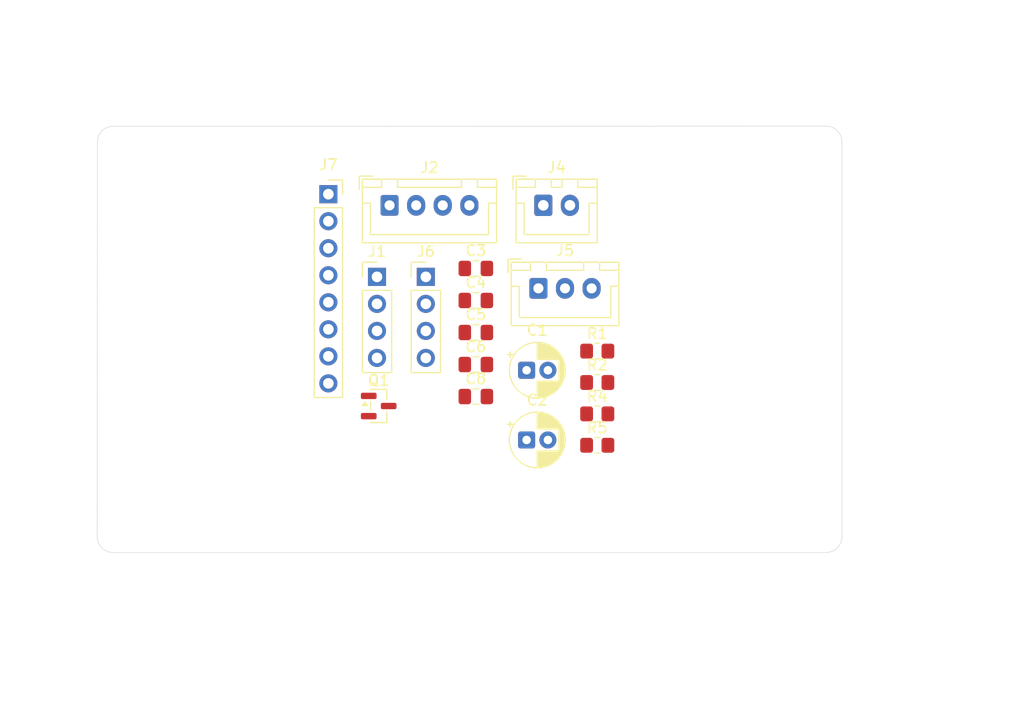
<source format=kicad_pcb>
(kicad_pcb (version 20241229) (generator "pcbnew") (generator_version "9.0")
  (title_block (title "LeoIoT - Goalfinder") (date "2025-06-11") (rev "01.04 SMD") (company "HTL Leonding 2025") (comment 2 "finding the basketball basket and hit detection") (comment 3 "Smart utility for guiding visually impaired people in ") (comment 4 "AISLER Project ID: IUPHFGHO"))
  (layers (0 "F.Cu" signal) (2 "B.Cu" signal) (13 "F.Paste" user) (15 "B.Paste" user) (5 "F.SilkS" user "F.Silkscreen") (7 "B.SilkS" user "B.Silkscreen") (1 "F.Mask" user) (3 "B.Mask" user) (25 "Edge.Cuts" user))
  (net 0 "")
  (net 1 "Net-(Q1-G)")
  (net 2 "Net-(U1-IO_17{slash}U2_TXC)")
  (net 3 "3V3")
  (net 4 "5V")
  (net 5 "GND")
  (net 6 "Net-(J1-Pin_2)")
  (net 7 "Net-(J1-Pin_3)")
  (net 8 "Net-(J5-Pin_2)")
  (net 9 "Net-(J6-Pin_2)")
  (net 10 "Net-(J6-Pin_3)")
  (net 11 "/LED_PWR")
  (net 12 "Net-(J3-Pad9)")
  (net 13 "Net-(J3-Pad1)")
  (net 14 "Net-(J7-Pin_8)")
  (net 15 "Net-(J7-Pin_4)")
  (net 17 "Net-(J7-Pin_3)")
  (footprint "Resistor_SMD:R_0805_2012Metric_Pad1.20x1.40mm_HandSolder" (layer "F.Cu") (at 161.9375 92.485)
    (property "Reference" "R4" (at 0 -1.65 0) (layer "F.SilkS"))
    (property "Value" "1k")
    (fp_line (start -0.227064 -0.735) (end 0.227064 -0.735) (stroke (width 0.12)) (layer "F.SilkS"))
    (fp_line (start -0.227064 0.735) (end 0.227064 0.735) (stroke (width 0.12)) (layer "F.SilkS"))
    (pad "1" smd roundrect (at -1 0) (size 1.2 1.4) (layers "F.Cu" "F.Mask" "F.Paste") (roundrect_rratio 0.208333) (net 2 "Net-(U1-IO_17{slash}U2_TXC)"))
    (pad "2" smd roundrect (at 1 0) (size 1.2 1.4) (layers "F.Cu" "F.Mask" "F.Paste") (roundrect_rratio 0.208333) (net 1 "Net-(Q1-G)"))
  )
  (footprint "MountingHole:MountingHole_3.2mm_M3" (layer "F.Cu") (at 181.4375 102.015 -90)
    (property "Reference" "MH3" (hide yes))
    (property "Value" "MountingHole_3.2mm_M3" (hide yes))
    (fp_line (start 0 0.565685) (end 0 1.4) (stroke (width 0.15)) (layer "F.Cu"))
    (fp_line (start -0.565685 0) (end -1.4 0) (stroke (width 0.15)) (layer "F.Cu"))
    (fp_line (start 0.565685 0) (end 1.4 0) (stroke (width 0.15)) (layer "F.Cu"))
    (fp_line (start 0 -0.565685) (end 0 -1.4) (stroke (width 0.15)) (layer "F.Cu"))
    (fp_circle (center 0 0) (end 0.4 0.4) (stroke (width 0.15)) (fill no) (layer "F.Cu"))
    (fp_line (start 0 0.565685) (end 0 1.4) (stroke (width 0.15)) (layer "B.Cu"))
    (fp_line (start -0.565685 0) (end -1.4 0) (stroke (width 0.15)) (layer "B.Cu"))
    (fp_line (start 0.565685 0) (end 1.4 0) (stroke (width 0.15)) (layer "B.Cu"))
    (fp_line (start 0 -0.565685) (end 0 -1.4) (stroke (width 0.15)) (layer "B.Cu"))
    (fp_circle (center 0 0) (end 0.4 0.4) (stroke (width 0.15)) (fill no) (layer "B.Cu"))
    (pad "" np_thru_hole circle (at 0 0 270) (size 3.2 3.2) (drill 3.2) (layers "*.Cu" "*.Mask"))
  )
  (footprint "Connector_JST:JST_XH_B2B-XH-A_1x02_P2.50mm_Vertical" (layer "F.Cu") (at 156.8675 72.885)
    (property "Reference" "J4" (at 1.25 -3.55 0) (layer "F.SilkS"))
    (property "Value" "LED Strip")
    (fp_line (start -2.85 -2.75) (end -2.85 -1.5) (stroke (width 0.12)) (layer "F.SilkS"))
    (fp_line (start -2.56 -2.46) (end -2.56 3.51) (stroke (width 0.12)) (layer "F.SilkS"))
    (fp_line (start -2.56 3.51) (end 5.06 3.51) (stroke (width 0.12)) (layer "F.SilkS"))
    (fp_line (start -2.55 -2.45) (end -2.55 -1.7) (stroke (width 0.12)) (layer "F.SilkS"))
    (fp_line (start -2.55 -1.7) (end -0.75 -1.7) (stroke (width 0.12)) (layer "F.SilkS"))
    (fp_line (start -2.55 -0.2) (end -1.8 -0.2) (stroke (width 0.12)) (layer "F.SilkS"))
    (fp_line (start -1.8 -0.2) (end -1.8 2.75) (stroke (width 0.12)) (layer "F.SilkS"))
    (fp_line (start -1.8 2.75) (end 1.25 2.75) (stroke (width 0.12)) (layer "F.SilkS"))
    (fp_line (start -1.6 -2.75) (end -2.85 -2.75) (stroke (width 0.12)) (layer "F.SilkS"))
    (fp_line (start -0.75 -2.45) (end -2.55 -2.45) (stroke (width 0.12)) (layer "F.SilkS"))
    (fp_line (start -0.75 -1.7) (end -0.75 -2.45) (stroke (width 0.12)) (layer "F.SilkS"))
    (fp_line (start 0.75 -2.45) (end 0.75 -1.7) (stroke (width 0.12)) (layer "F.SilkS"))
    (fp_line (start 0.75 -1.7) (end 1.75 -1.7) (stroke (width 0.12)) (layer "F.SilkS"))
    (fp_line (start 1.75 -2.45) (end 0.75 -2.45) (stroke (width 0.12)) (layer "F.SilkS"))
    (fp_line (start 1.75 -1.7) (end 1.75 -2.45) (stroke (width 0.12)) (layer "F.SilkS"))
    (fp_line (start 3.25 -2.45) (end 3.25 -1.7) (stroke (width 0.12)) (layer "F.SilkS"))
    (fp_line (start 3.25 -1.7) (end 5.05 -1.7) (stroke (width 0.12)) (layer "F.SilkS"))
    (fp_line (start 4.3 -0.2) (end 4.3 2.75) (stroke (width 0.12)) (layer "F.SilkS"))
    (fp_line (start 4.3 2.75) (end 1.25 2.75) (stroke (width 0.12)) (layer "F.SilkS"))
    (fp_line (start 5.05 -2.45) (end 3.25 -2.45) (stroke (width 0.12)) (layer "F.SilkS"))
    (fp_line (start 5.05 -1.7) (end 5.05 -2.45) (stroke (width 0.12)) (layer "F.SilkS"))
    (fp_line (start 5.05 -0.2) (end 4.3 -0.2) (stroke (width 0.12)) (layer "F.SilkS"))
    (fp_line (start 5.06 -2.46) (end -2.56 -2.46) (stroke (width 0.12)) (layer "F.SilkS"))
    (fp_line (start 5.06 3.51) (end 5.06 -2.46) (stroke (width 0.12)) (layer "F.SilkS"))
    (pad "1" thru_hole roundrect (at 0 0) (size 1.7 2) (drill 1) (layers "*.Cu" "*.Mask") (roundrect_rratio 0.147059) (net 4 "5V"))
    (pad "2" thru_hole oval (at 2.5 0) (size 1.7 2) (drill 1) (layers "*.Cu" "*.Mask") (net 11 "/LED_PWR"))
  )
  (footprint "Resistor_SMD:R_0805_2012Metric_Pad1.20x1.40mm_HandSolder" (layer "F.Cu") (at 161.9375 86.585)
    (property "Reference" "R1" (at 0 -1.65 0) (layer "F.SilkS"))
    (property "Value" "100k")
    (fp_line (start -0.227064 -0.735) (end 0.227064 -0.735) (stroke (width 0.12)) (layer "F.SilkS"))
    (fp_line (start -0.227064 0.735) (end 0.227064 0.735) (stroke (width 0.12)) (layer "F.SilkS"))
    (pad "1" smd roundrect (at -1 0) (size 1.2 1.4) (layers "F.Cu" "F.Mask" "F.Paste") (roundrect_rratio 0.208333) (net 4 "5V"))
    (pad "2" smd roundrect (at 1 0) (size 1.2 1.4) (layers "F.Cu" "F.Mask" "F.Paste") (roundrect_rratio 0.208333) (net 13 "Net-(J3-Pad1)"))
  )
  (footprint "MountingHole:MountingHole_3.2mm_M3" (layer "F.Cu") (at 118.4375 102.015)
    (property "Reference" "MH4" (hide yes))
    (property "Value" "MountingHole_3.2mm_M3" (hide yes))
    (fp_line (start -0.565685 0) (end -1.4 0) (stroke (width 0.15)) (layer "F.Cu"))
    (fp_line (start 0 -0.565685) (end 0 -1.4) (stroke (width 0.15)) (layer "F.Cu"))
    (fp_line (start 0 0.565685) (end 0 1.4) (stroke (width 0.15)) (layer "F.Cu"))
    (fp_line (start 0.565685 0) (end 1.4 0) (stroke (width 0.15)) (layer "F.Cu"))
    (fp_circle (center 0 0) (end 0.4 0.4) (stroke (width 0.15)) (fill no) (layer "F.Cu"))
    (fp_line (start -0.565685 0) (end -1.4 0) (stroke (width 0.15)) (layer "B.Cu"))
    (fp_line (start 0 -0.565685) (end 0 -1.4) (stroke (width 0.15)) (layer "B.Cu"))
    (fp_line (start 0 0.565685) (end 0 1.4) (stroke (width 0.15)) (layer "B.Cu"))
    (fp_line (start 0.565685 0) (end 1.4 0) (stroke (width 0.15)) (layer "B.Cu"))
    (fp_circle (center 0 0) (end 0.4 0.4) (stroke (width 0.15)) (fill no) (layer "B.Cu"))
    (pad "" np_thru_hole circle (at 0 0) (size 3.2 3.2) (drill 3.2) (layers "*.Cu" "*.Mask"))
  )
  (footprint "Connector_PinHeader_2.54mm:PinHeader_1x04_P2.54mm_Vertical" (layer "F.Cu") (at 141.2375 79.605)
    (property "Reference" "J1" (at 0 -2.38 0) (layer "F.SilkS"))
    (property "Value" "USB in")
    (fp_line (start -1.38 -1.38) (end 0 -1.38) (stroke (width 0.12)) (layer "F.SilkS"))
    (fp_line (start -1.38 0) (end -1.38 -1.38) (stroke (width 0.12)) (layer "F.SilkS"))
    (fp_line (start -1.38 1.27) (end -1.38 9) (stroke (width 0.12)) (layer "F.SilkS"))
    (fp_line (start -1.38 1.27) (end 1.38 1.27) (stroke (width 0.12)) (layer "F.SilkS"))
    (fp_line (start -1.38 9) (end 1.38 9) (stroke (width 0.12)) (layer "F.SilkS"))
    (fp_line (start 1.38 1.27) (end 1.38 9) (stroke (width 0.12)) (layer "F.SilkS"))
    (pad "1" thru_hole rect (at 0 0) (size 1.7 1.7) (drill 1) (layers "*.Cu" "*.Mask") (net 4 "5V"))
    (pad "2" thru_hole circle (at 0 2.54) (size 1.7 1.7) (drill 1) (layers "*.Cu" "*.Mask") (net 6 "Net-(J1-Pin_2)"))
    (pad "3" thru_hole circle (at 0 5.08) (size 1.7 1.7) (drill 1) (layers "*.Cu" "*.Mask") (net 7 "Net-(J1-Pin_3)"))
    (pad "4" thru_hole circle (at 0 7.62) (size 1.7 1.7) (drill 1) (layers "*.Cu" "*.Mask") (net 5 "GND"))
  )
  (footprint "Package_TO_SOT_SMD:SOT-23" (layer "F.Cu") (at 141.3975 91.745)
    (property "Reference" "Q1" (at 0 -2.4 0) (layer "F.SilkS"))
    (property "Value" "IRLML2502")
    (fp_line (start -0.76 -1.56) (end 0.76 -1.56) (stroke (width 0.12)) (layer "F.SilkS"))
    (fp_line (start -0.76 -1.51) (end -0.76 -1.56) (stroke (width 0.12)) (layer "F.SilkS"))
    (fp_line (start -0.76 0.39) (end -0.76 -0.39) (stroke (width 0.12)) (layer "F.SilkS"))
    (fp_line (start -0.76 1.56) (end -0.76 1.51) (stroke (width 0.12)) (layer "F.SilkS"))
    (fp_line (start 0.76 -1.56) (end 0.76 -0.56) (stroke (width 0.12)) (layer "F.SilkS"))
    (fp_line (start 0.76 0.56) (end 0.76 1.56) (stroke (width 0.12)) (layer "F.SilkS"))
    (fp_line (start 0.76 1.56) (end -0.76 1.56) (stroke (width 0.12)) (layer "F.SilkS"))
    (fp_poly (pts (xy -1.3 -0.38) (xy -1.06 -0.05) (xy -1.54 -0.05)) (stroke (width 0.12)) (fill yes) (layer "F.SilkS"))
    (pad "1" smd roundrect (at -0.9375 -0.95) (size 1.475 0.6) (layers "F.Cu" "F.Mask" "F.Paste") (net 1 "Net-(Q1-G)"))
    (pad "2" smd roundrect (at -0.9375 0.95) (size 1.475 0.6) (layers "F.Cu" "F.Mask" "F.Paste") (net 5 "GND"))
    (pad "3" smd roundrect (at 0.9375 0) (size 1.475 0.6) (layers "F.Cu" "F.Mask" "F.Paste") (net 11 "/LED_PWR"))
  )
  (footprint "Capacitor_SMD:C_0805_2012Metric_Pad1.18x1.45mm_HandSolder" (layer "F.Cu") (at 150.5275 81.825)
    (property "Reference" "C4" (at 0 -1.68 0) (layer "F.SilkS"))
    (property "Value" "100nF")
    (fp_line (start -0.261252 -0.735) (end 0.261252 -0.735) (stroke (width 0.12)) (layer "F.SilkS"))
    (fp_line (start -0.261252 0.735) (end 0.261252 0.735) (stroke (width 0.12)) (layer "F.SilkS"))
    (pad "1" smd roundrect (at -1.0375 0) (size 1.175 1.45) (layers "F.Cu" "F.Mask" "F.Paste") (roundrect_rratio 0.212766) (net 4 "5V"))
    (pad "2" smd roundrect (at 1.0375 0) (size 1.175 1.45) (layers "F.Cu" "F.Mask" "F.Paste") (roundrect_rratio 0.212766) (net 5 "GND"))
  )
  (footprint "Resistor_SMD:R_0805_2012Metric_Pad1.20x1.40mm_HandSolder" (layer "F.Cu") (at 161.9375 89.535)
    (property "Reference" "R2" (at 0 -1.65 0) (layer "F.SilkS"))
    (property "Value" "100k")
    (fp_line (start -0.227064 -0.735) (end 0.227064 -0.735) (stroke (width 0.12)) (layer "F.SilkS"))
    (fp_line (start -0.227064 0.735) (end 0.227064 0.735) (stroke (width 0.12)) (layer "F.SilkS"))
    (pad "1" smd roundrect (at -1 0) (size 1.2 1.4) (layers "F.Cu" "F.Mask" "F.Paste") (roundrect_rratio 0.208333) (net 5 "GND"))
    (pad "2" smd roundrect (at 1 0) (size 1.2 1.4) (layers "F.Cu" "F.Mask" "F.Paste") (roundrect_rratio 0.208333) (net 12 "Net-(J3-Pad9)"))
  )
  (footprint "MountingHole:MountingHole_3.2mm_M3" (layer "F.Cu") (at 118.4375 78.015 -90)
    (property "Reference" "MH1" (hide yes))
    (property "Value" "MountingHole_3.2mm_M3" (hide yes))
    (fp_line (start 0 0.565685) (end 0 1.4) (stroke (width 0.15)) (layer "F.Cu"))
    (fp_line (start -0.565685 0) (end -1.4 0) (stroke (width 0.15)) (layer "F.Cu"))
    (fp_line (start 0.565685 0) (end 1.4 0) (stroke (width 0.15)) (layer "F.Cu"))
    (fp_line (start 0 -0.565685) (end 0 -1.4) (stroke (width 0.15)) (layer "F.Cu"))
    (fp_circle (center 0 0) (end 0.4 0.4) (stroke (width 0.15)) (fill no) (layer "F.Cu"))
    (fp_line (start 0 0.565685) (end 0 1.4) (stroke (width 0.15)) (layer "B.Cu"))
    (fp_line (start -0.565685 0) (end -1.4 0) (stroke (width 0.15)) (layer "B.Cu"))
    (fp_line (start 0.565685 0) (end 1.4 0) (stroke (width 0.15)) (layer "B.Cu"))
    (fp_line (start 0 -0.565685) (end 0 -1.4) (stroke (width 0.15)) (layer "B.Cu"))
    (fp_circle (center 0 0) (end 0.4 0.4) (stroke (width 0.15)) (fill no) (layer "B.Cu"))
    (pad "" np_thru_hole circle (at 0 0 270) (size 3.2 3.2) (drill 3.2) (layers "*.Cu" "*.Mask"))
  )
  (footprint "Connector_JST:JST_XH_B3B-XH-A_1x03_P2.50mm_Vertical" (layer "F.Cu") (at 156.4075 80.685)
    (property "Reference" "J5" (at 2.5 -3.55 0) (layer "F.SilkS"))
    (property "Value" "SW240 - Vcc/D0/GND")
    (fp_line (start -2.85 -2.75) (end -2.85 -1.5) (stroke (width 0.12)) (layer "F.SilkS"))
    (fp_line (start -2.56 -2.46) (end -2.56 3.51) (stroke (width 0.12)) (layer "F.SilkS"))
    (fp_line (start -2.56 3.51) (end 7.56 3.51) (stroke (width 0.12)) (layer "F.SilkS"))
    (fp_line (start -2.55 -2.45) (end -2.55 -1.7) (stroke (width 0.12)) (layer "F.SilkS"))
    (fp_line (start -2.55 -1.7) (end -0.75 -1.7) (stroke (width 0.12)) (layer "F.SilkS"))
    (fp_line (start -2.55 -0.2) (end -1.8 -0.2) (stroke (width 0.12)) (layer "F.SilkS"))
    (fp_line (start -1.8 -0.2) (end -1.8 2.75) (stroke (width 0.12)) (layer "F.SilkS"))
    (fp_line (start -1.8 2.75) (end 2.5 2.75) (stroke (width 0.12)) (layer "F.SilkS"))
    (fp_line (start -1.6 -2.75) (end -2.85 -2.75) (stroke (width 0.12)) (layer "F.SilkS"))
    (fp_line (start -0.75 -2.45) (end -2.55 -2.45) (stroke (width 0.12)) (layer "F.SilkS"))
    (fp_line (start -0.75 -1.7) (end -0.75 -2.45) (stroke (width 0.12)) (layer "F.SilkS"))
    (fp_line (start 0.75 -2.45) (end 0.75 -1.7) (stroke (width 0.12)) (layer "F.SilkS"))
    (fp_line (start 0.75 -1.7) (end 4.25 -1.7) (stroke (width 0.12)) (layer "F.SilkS"))
    (fp_line (start 4.25 -2.45) (end 0.75 -2.45) (stroke (width 0.12)) (layer "F.SilkS"))
    (fp_line (start 4.25 -1.7) (end 4.25 -2.45) (stroke (width 0.12)) (layer "F.SilkS"))
    (fp_line (start 5.75 -2.45) (end 5.75 -1.7) (stroke (width 0.12)) (layer "F.SilkS"))
    (fp_line (start 5.75 -1.7) (end 7.55 -1.7) (stroke (width 0.12)) (layer "F.SilkS"))
    (fp_line (start 6.8 -0.2) (end 6.8 2.75) (stroke (width 0.12)) (layer "F.SilkS"))
    (fp_line (start 6.8 2.75) (end 2.5 2.75) (stroke (width 0.12)) (layer "F.SilkS"))
    (fp_line (start 7.55 -2.45) (end 5.75 -2.45) (stroke (width 0.12)) (layer "F.SilkS"))
    (fp_line (start 7.55 -1.7) (end 7.55 -2.45) (stroke (width 0.12)) (layer "F.SilkS"))
    (fp_line (start 7.55 -0.2) (end 6.8 -0.2) (stroke (width 0.12)) (layer "F.SilkS"))
    (fp_line (start 7.56 -2.46) (end -2.56 -2.46) (stroke (width 0.12)) (layer "F.SilkS"))
    (fp_line (start 7.56 3.51) (end 7.56 -2.46) (stroke (width 0.12)) (layer "F.SilkS"))
    (pad "1" thru_hole roundrect (at 0 0) (size 1.7 1.95) (drill 0.95) (layers "*.Cu" "*.Mask") (roundrect_rratio 0.147059) (net 3 "3V3"))
    (pad "2" thru_hole oval (at 2.5 0) (size 1.7 1.95) (drill 0.95) (layers "*.Cu" "*.Mask") (net 8 "Net-(J5-Pin_2)"))
    (pad "3" thru_hole oval (at 5 0) (size 1.7 1.95) (drill 0.95) (layers "*.Cu" "*.Mask") (net 5 "GND"))
  )
  (footprint "Connector_JST:JST_XH_B4B-XH-A_1x04_P2.50mm_Vertical" (layer "F.Cu") (at 142.4175 72.885)
    (property "Reference" "J2" (at 3.75 -3.55 0) (layer "F.SilkS"))
    (property "Value" "USB-ESP")
    (fp_line (start -2.85 -2.75) (end -2.85 -1.5) (stroke (width 0.12)) (layer "F.SilkS"))
    (fp_line (start -2.56 -2.46) (end -2.56 3.51) (stroke (width 0.12)) (layer "F.SilkS"))
    (fp_line (start -2.56 3.51) (end 10.06 3.51) (stroke (width 0.12)) (layer "F.SilkS"))
    (fp_line (start -2.55 -2.45) (end -2.55 -1.7) (stroke (width 0.12)) (layer "F.SilkS"))
    (fp_line (start -2.55 -1.7) (end -0.75 -1.7) (stroke (width 0.12)) (layer "F.SilkS"))
    (fp_line (start -2.55 -0.2) (end -1.8 -0.2) (stroke (width 0.12)) (layer "F.SilkS"))
    (fp_line (start -1.8 -0.2) (end -1.8 2.75) (stroke (width 0.12)) (layer "F.SilkS"))
    (fp_line (start -1.8 2.75) (end 3.75 2.75) (stroke (width 0.12)) (layer "F.SilkS"))
    (fp_line (start -1.6 -2.75) (end -2.85 -2.75) (stroke (width 0.12)) (layer "F.SilkS"))
    (fp_line (start -0.75 -2.45) (end -2.55 -2.45) (stroke (width 0.12)) (layer "F.SilkS"))
    (fp_line (start -0.75 -1.7) (end -0.75 -2.45) (stroke (width 0.12)) (layer "F.SilkS"))
    (fp_line (start 0.75 -2.45) (end 0.75 -1.7) (stroke (width 0.12)) (layer "F.SilkS"))
    (fp_line (start 0.75 -1.7) (end 6.75 -1.7) (stroke (width 0.12)) (layer "F.SilkS"))
    (fp_line (start 6.75 -2.45) (end 0.75 -2.45) (stroke (width 0.12)) (layer "F.SilkS"))
    (fp_line (start 6.75 -1.7) (end 6.75 -2.45) (stroke (width 0.12)) (layer "F.SilkS"))
    (fp_line (start 8.25 -2.45) (end 8.25 -1.7) (stroke (width 0.12)) (layer "F.SilkS"))
    (fp_line (start 8.25 -1.7) (end 10.05 -1.7) (stroke (width 0.12)) (layer "F.SilkS"))
    (fp_line (start 9.3 -0.2) (end 9.3 2.75) (stroke (width 0.12)) (layer "F.SilkS"))
    (fp_line (start 9.3 2.75) (end 3.75 2.75) (stroke (width 0.12)) (layer "F.SilkS"))
    (fp_line (start 10.05 -2.45) (end 8.25 -2.45) (stroke (width 0.12)) (layer "F.SilkS"))
    (fp_line (start 10.05 -1.7) (end 10.05 -2.45) (stroke (width 0.12)) (layer "F.SilkS"))
    (fp_line (start 10.05 -0.2) (end 9.3 -0.2) (stroke (width 0.12)) (layer "F.SilkS"))
    (fp_line (start 10.06 -2.46) (end -2.56 -2.46) (stroke (width 0.12)) (layer "F.SilkS"))
    (fp_line (start 10.06 3.51) (end 10.06 -2.46) (stroke (width 0.12)) (layer "F.SilkS"))
    (pad "1" thru_hole roundrect (at 0 0) (size 1.7 1.95) (drill 0.95) (layers "*.Cu" "*.Mask") (roundrect_rratio 0.147059) (net 4 "5V"))
    (pad "2" thru_hole oval (at 2.5 0) (size 1.7 1.95) (drill 0.95) (layers "*.Cu" "*.Mask") (net 6 "Net-(J1-Pin_2)"))
    (pad "3" thru_hole oval (at 5 0) (size 1.7 1.95) (drill 0.95) (layers "*.Cu" "*.Mask") (net 7 "Net-(J1-Pin_3)"))
    (pad "4" thru_hole oval (at 7.5 0) (size 1.7 1.95) (drill 0.95) (layers "*.Cu" "*.Mask") (net 5 "GND"))
  )
  (footprint "Connector_PinSocket_2.54mm:PinSocket_1x08_P2.54mm_Vertical" (layer "F.Cu") (at 136.6675 71.835)
    (property "Reference" "J7" (at 0 -2.77 0) (layer "F.SilkS"))
    (property "Value" "Conn_01x08_Pin")
    (fp_line (start -1.33 1.27) (end -1.33 19.11) (stroke (width 0.12)) (layer "F.SilkS"))
    (fp_line (start -1.33 1.27) (end 1.33 1.27) (stroke (width 0.12)) (layer "F.SilkS"))
    (fp_line (start -1.33 19.11) (end 1.33 19.11) (stroke (width 0.12)) (layer "F.SilkS"))
    (fp_line (start 0 -1.33) (end 1.33 -1.33) (stroke (width 0.12)) (layer "F.SilkS"))
    (fp_line (start 1.33 -1.33) (end 1.33 0) (stroke (width 0.12)) (layer "F.SilkS"))
    (fp_line (start 1.33 1.27) (end 1.33 19.11) (stroke (width 0.12)) (layer "F.SilkS"))
    (pad "1" thru_hole rect (at 0 0) (size 1.7 1.7) (drill 1) (layers "*.Cu" "*.Mask") (net 3 "3V3"))
    (pad "2" thru_hole circle (at 0 2.54) (size 1.7 1.7) (drill 1) (layers "*.Cu" "*.Mask") (net 5 "GND"))
    (pad "3" thru_hole circle (at 0 5.08) (size 1.7 1.7) (drill 1) (layers "*.Cu" "*.Mask") (net 17 "Net-(J7-Pin_3)"))
    (pad "4" thru_hole circle (at 0 7.62) (size 1.7 1.7) (drill 1) (layers "*.Cu" "*.Mask") (net 15 "Net-(J7-Pin_4)"))
    (pad "5" thru_hole circle (at 0 10.16) (size 1.7 1.7) (drill 1) (layers "*.Cu" "*.Mask"))
    (pad "6" thru_hole circle (at 0 12.7) (size 1.7 1.7) (drill 1) (layers "*.Cu" "*.Mask"))
    (pad "7" thru_hole circle (at 0 15.24) (size 1.7 1.7) (drill 1) (layers "*.Cu" "*.Mask"))
    (pad "8" thru_hole circle (at 0 17.78) (size 1.7 1.7) (drill 1) (layers "*.Cu" "*.Mask") (net 14 "Net-(J7-Pin_8)"))
  )
  (footprint "Capacitor_THT:CP_Radial_D5.0mm_P2.00mm" (layer "F.Cu") (at 155.297275 94.935)
    (property "Reference" "C2" (at 1 -3.75 0) (layer "F.SilkS"))
    (property "Value" "4,7µF")
    (fp_line (start -1.804775 -1.475) (end -1.304775 -1.475) (stroke (width 0.12)) (layer "F.SilkS"))
    (fp_line (start -1.554775 -1.725) (end -1.554775 -1.225) (stroke (width 0.12)) (layer "F.SilkS"))
    (fp_line (start 1 -2.58) (end 1 -1.04) (stroke (width 0.12)) (layer "F.SilkS"))
    (fp_line (start 1 1.04) (end 1 2.58) (stroke (width 0.12)) (layer "F.SilkS"))
    (fp_line (start 1.04 -2.58) (end 1.04 -1.04) (stroke (width 0.12)) (layer "F.SilkS"))
    (fp_line (start 1.04 1.04) (end 1.04 2.58) (stroke (width 0.12)) (layer "F.SilkS"))
    (fp_line (start 1.08 -2.579) (end 1.08 -1.04) (stroke (width 0.12)) (layer "F.SilkS"))
    (fp_line (start 1.08 1.04) (end 1.08 2.579) (stroke (width 0.12)) (layer "F.SilkS"))
    (fp_line (start 1.12 -2.577) (end 1.12 -1.04) (stroke (width 0.12)) (layer "F.SilkS"))
    (fp_line (start 1.12 1.04) (end 1.12 2.577) (stroke (width 0.12)) (layer "F.SilkS"))
    (fp_line (start 1.16 -2.575) (end 1.16 -1.04) (stroke (width 0.12)) (layer "F.SilkS"))
    (fp_line (start 1.16 1.04) (end 1.16 2.575) (stroke (width 0.12)) (layer "F.SilkS"))
    (fp_line (start 1.2 -2.572) (end 1.2 -1.04) (stroke (width 0.12)) (layer "F.SilkS"))
    (fp_line (start 1.2 1.04) (end 1.2 2.572) (stroke (width 0.12)) (layer "F.SilkS"))
    (fp_line (start 1.24 -2.569) (end 1.24 -1.04) (stroke (width 0.12)) (layer "F.SilkS"))
    (fp_line (start 1.24 1.04) (end 1.24 2.569) (stroke (width 0.12)) (layer "F.SilkS"))
    (fp_line (start 1.28 -2.565) (end 1.28 -1.04) (stroke (width 0.12)) (layer "F.SilkS"))
    (fp_line (start 1.28 1.04) (end 1.28 2.565) (stroke (width 0.12)) (layer "F.SilkS"))
    (fp_line (start 1.32 -2.56) (end 1.32 -1.04) (stroke (width 0.12)) (layer "F.SilkS"))
    (fp_line (start 1.32 1.04) (end 1.32 2.56) (stroke (width 0.12)) (layer "F.SilkS"))
    (fp_line (start 1.36 -2.555) (end 1.36 -1.04) (stroke (width 0.12)) (layer "F.SilkS"))
    (fp_line (start 1.36 1.04) (end 1.36 2.555) (stroke (width 0.12)) (layer "F.SilkS"))
    (fp_line (start 1.4 -2.549) (end 1.4 -1.04) (stroke (width 0.12)) (layer "F.SilkS"))
    (fp_line (start 1.4 1.04) (end 1.4 2.549) (stroke (width 0.12)) (layer "F.SilkS"))
    (fp_line (start 1.44 -2.543) (end 1.44 -1.04) (stroke (width 0.12)) (layer "F.SilkS"))
    (fp_line (start 1.44 1.04) (end 1.44 2.543) (stroke (width 0.12)) (layer "F.SilkS"))
    (fp_line (start 1.48 -2.536) (end 1.48 -1.04) (stroke (width 0.12)) (layer "F.SilkS"))
    (fp_line (start 1.48 1.04) (end 1.48 2.536) (stroke (width 0.12)) (layer "F.SilkS"))
    (fp_line (start 1.52 -2.528) (end 1.52 -1.04) (stroke (width 0.12)) (layer "F.SilkS"))
    (fp_line (start 1.52 1.04) (end 1.52 2.528) (stroke (width 0.12)) (layer "F.SilkS"))
    (fp_line (start 1.56 -2.519) (end 1.56 -1.04) (stroke (width 0.12)) (layer "F.SilkS"))
    (fp_line (start 1.56 1.04) (end 1.56 2.519) (stroke (width 0.12)) (layer "F.SilkS"))
    (fp_line (start 1.6 -2.51) (end 1.6 -1.04) (stroke (width 0.12)) (layer "F.SilkS"))
    (fp_line (start 1.6 1.04) (end 1.6 2.51) (stroke (width 0.12)) (layer "F.SilkS"))
    (fp_line (start 1.64 -2.501) (end 1.64 -1.04) (stroke (width 0.12)) (layer "F.SilkS"))
    (fp_line (start 1.64 1.04) (end 1.64 2.501) (stroke (width 0.12)) (layer "F.SilkS"))
    (fp_line (start 1.68 -2.49) (end 1.68 -1.04) (stroke (width 0.12)) (layer "F.SilkS"))
    (fp_line (start 1.68 1.04) (end 1.68 2.49) (stroke (width 0.12)) (layer "F.SilkS"))
    (fp_line (start 1.72 -2.479) (end 1.72 -1.04) (stroke (width 0.12)) (layer "F.SilkS"))
    (fp_line (start 1.72 1.04) (end 1.72 2.479) (stroke (width 0.12)) (layer "F.SilkS"))
    (fp_line (start 1.76 -2.467) (end 1.76 -1.04) (stroke (width 0.12)) (layer "F.SilkS"))
    (fp_line (start 1.76 1.04) (end 1.76 2.467) (stroke (width 0.12)) (layer "F.SilkS"))
    (fp_line (start 1.8 -2.455) (end 1.8 -1.04) (stroke (width 0.12)) (layer "F.SilkS"))
    (fp_line (start 1.8 1.04) (end 1.8 2.455) (stroke (width 0.12)) (layer "F.SilkS"))
    (fp_line (start 1.84 -2.442) (end 1.84 -1.04) (stroke (width 0.12)) (layer "F.SilkS"))
    (fp_line (start 1.84 1.04) (end 1.84 2.442) (stroke (width 0.12)) (layer "F.SilkS"))
    (fp_line (start 1.88 -2.428) (end 1.88 -1.04) (stroke (width 0.12)) (layer "F.SilkS"))
    (fp_line (start 1.88 1.04) (end 1.88 2.428) (stroke (width 0.12)) (layer "F.SilkS"))
    (fp_line (start 1.92 -2.413) (end 1.92 -1.04) (stroke (width 0.12)) (layer "F.SilkS"))
    (fp_line (start 1.92 1.04) (end 1.92 2.413) (stroke (width 0.12)) (layer "F.SilkS"))
    (fp_line (start 1.96 -2.398) (end 1.96 -1.04) (stroke (width 0.12)) (layer "F.SilkS"))
    (fp_line (start 1.96 1.04) (end 1.96 2.398) (stroke (width 0.12)) (layer "F.SilkS"))
    (fp_line (start 2 -2.382) (end 2 -1.04) (stroke (width 0.12)) (layer "F.SilkS"))
    (fp_line (start 2 1.04) (end 2 2.382) (stroke (width 0.12)) (layer "F.SilkS"))
    (fp_line (start 2.04 -2.365) (end 2.04 -1.04) (stroke (width 0.12)) (layer "F.SilkS"))
    (fp_line (start 2.04 1.04) (end 2.04 2.365) (stroke (width 0.12)) (layer "F.SilkS"))
    (fp_line (start 2.08 -2.347) (end 2.08 -1.04) (stroke (width 0.12)) (layer "F.SilkS"))
    (fp_line (start 2.08 1.04) (end 2.08 2.347) (stroke (width 0.12)) (layer "F.SilkS"))
    (fp_line (start 2.12 -2.329) (end 2.12 -1.04) (stroke (width 0.12)) (layer "F.SilkS"))
    (fp_line (start 2.12 1.04) (end 2.12 2.329) (stroke (width 0.12)) (layer "F.SilkS"))
    (fp_line (start 2.16 -2.309) (end 2.16 -1.04) (stroke (width 0.12)) (layer "F.SilkS"))
    (fp_line (start 2.16 1.04) (end 2.16 2.309) (stroke (width 0.12)) (layer "F.SilkS"))
    (fp_line (start 2.2 -2.289) (end 2.2 -1.04) (stroke (width 0.12)) (layer "F.SilkS"))
    (fp_line (start 2.2 1.04) (end 2.2 2.289) (stroke (width 0.12)) (layer "F.SilkS"))
    (fp_line (start 2.24 -2.268) (end 2.24 -1.04) (stroke (width 0.12)) (layer "F.SilkS"))
    (fp_line (start 2.24 1.04) (end 2.24 2.268) (stroke (width 0.12)) (layer "F.SilkS"))
    (fp_line (start 2.28 -2.246) (end 2.28 -1.04) (stroke (width 0.12)) (layer "F.SilkS"))
    (fp_line (start 2.28 1.04) (end 2.28 2.246) (stroke (width 0.12)) (layer "F.SilkS"))
    (fp_line (start 2.32 -2.223) (end 2.32 -1.04) (stroke (width 0.12)) (layer "F.SilkS"))
    (fp_line (start 2.32 1.04) (end 2.32 2.223) (stroke (width 0.12)) (layer "F.SilkS"))
    (fp_line (start 2.36 -2.199) (end 2.36 -1.04) (stroke (width 0.12)) (layer "F.SilkS"))
    (fp_line (start 2.36 1.04) (end 2.36 2.199) (stroke (width 0.12)) (layer "F.SilkS"))
    (fp_line (start 2.4 -2.175) (end 2.4 -1.04) (stroke (width 0.12)) (layer "F.SilkS"))
    (fp_line (start 2.4 1.04) (end 2.4 2.175) (stroke (width 0.12)) (layer "F.SilkS"))
    (fp_line (start 2.44 -2.149) (end 2.44 -1.04) (stroke (width 0.12)) (layer "F.SilkS"))
    (fp_line (start 2.44 1.04) (end 2.44 2.149) (stroke (width 0.12)) (layer "F.SilkS"))
    (fp_line (start 2.48 -2.122) (end 2.48 -1.04) (stroke (width 0.12)) (layer "F.SilkS"))
    (fp_line (start 2.48 1.04) (end 2.48 2.122) (stroke (width 0.12)) (layer "F.SilkS"))
    (fp_line (start 2.52 -2.094) (end 2.52 -1.04) (stroke (width 0.12)) (layer "F.SilkS"))
    (fp_line (start 2.52 1.04) (end 2.52 2.094) (stroke (width 0.12)) (layer "F.SilkS"))
    (fp_line (start 2.56 -2.065) (end 2.56 -1.04) (stroke (width 0.12)) (layer "F.SilkS"))
    (fp_line (start 2.56 1.04) (end 2.56 2.065) (stroke (width 0.12)) (layer "F.SilkS"))
    (fp_line (start 2.6 -2.035) (end 2.6 -1.04) (stroke (width 0.12)) (layer "F.SilkS"))
    (fp_line (start 2.6 1.04) (end 2.6 2.035) (stroke (width 0.12)) (layer "F.SilkS"))
    (fp_line (start 2.64 -2.003) (end 2.64 -1.04) (stroke (width 0.12)) (layer "F.SilkS"))
    (fp_line (start 2.64 1.04) (end 2.64 2.003) (stroke (width 0.12)) (layer "F.SilkS"))
    (fp_line (start 2.68 -1.97) (end 2.68 -1.04) (stroke (width 0.12)) (layer "F.SilkS"))
    (fp_line (start 2.68 1.04) (end 2.68 1.97) (stroke (width 0.12)) (layer "F.SilkS"))
    (fp_line (start 2.72 -1.936) (end 2.72 -1.04) (stroke (width 0.12)) (layer "F.SilkS"))
    (fp_line (start 2.72 1.04) (end 2.72 1.936) (stroke (width 0.12)) (layer "F.SilkS"))
    (fp_line (start 2.76 -1.901) (end 2.76 -1.04) (stroke (width 0.12)) (layer "F.SilkS"))
    (fp_line (start 2.76 1.04) (end 2.76 1.901) (stroke (width 0.12)) (layer "F.SilkS"))
    (fp_line (start 2.8 -1.864) (end 2.8 -1.04) (stroke (width 0.12)) (layer "F.SilkS"))
    (fp_line (start 2.8 1.04) (end 2.8 1.864) (stroke (width 0.12)) (layer "F.SilkS"))
    (fp_line (start 2.84 -1.825) (end 2.84 -1.04) (stroke (width 0.12)) (layer "F.SilkS"))
    (fp_line (start 2.84 1.04) (end 2.84 1.825) (stroke (width 0.12)) (layer "F.SilkS"))
    (fp_line (start 2.88 -1.785) (end 2.88 -1.04) (stroke (width 0.12)) (layer "F.SilkS"))
    (fp_line (start 2.88 1.04) (end 2.88 1.785) (stroke (width 0.12)) (layer "F.SilkS"))
    (fp_line (start 2.92 -1.743) (end 2.92 -1.04) (stroke (width 0.12)) (layer "F.SilkS"))
    (fp_line (start 2.92 1.04) (end 2.92 1.743) (stroke (width 0.12)) (layer "F.SilkS"))
    (fp_line (start 2.96 -1.699) (end 2.96 -1.04) (stroke (width 0.12)) (layer "F.SilkS"))
    (fp_line (start 2.96 1.04) (end 2.96 1.699) (stroke (width 0.12)) (layer "F.SilkS"))
    (fp_line (start 3 -1.652) (end 3 -1.04) (stroke (width 0.12)) (layer "F.SilkS"))
    (fp_line (start 3 1.04) (end 3 1.652) (stroke (width 0.12)) (layer "F.SilkS"))
    (fp_line (start 3.04 -1.604) (end 3.04 1.604) (stroke (width 0.12)) (layer "F.SilkS"))
    (fp_line (start 3.08 -1.553) (end 3.08 1.553) (stroke (width 0.12)) (layer "F.SilkS"))
    (fp_line (start 3.12 -1.499) (end 3.12 1.499) (stroke (width 0.12)) (layer "F.SilkS"))
    (fp_line (start 3.16 -1.443) (end 3.16 1.443) (stroke (width 0.12)) (layer "F.SilkS"))
    (fp_line (start 3.2 -1.383) (end 3.2 1.383) (stroke (width 0.12)) (layer "F.SilkS"))
    (fp_line (start 3.24 -1.319) (end 3.24 1.319) (stroke (width 0.12)) (layer "F.SilkS"))
    (fp_line (start 3.28 -1.251) (end 3.28 1.251) (stroke (width 0.12)) (layer "F.SilkS"))
    (fp_line (start 3.32 -1.177) (end 3.32 1.177) (stroke (width 0.12)) (layer "F.SilkS"))
    (fp_line (start 3.36 -1.098) (end 3.36 1.098) (stroke (width 0.12)) (layer "F.SilkS"))
    (fp_line (start 3.4 -1.011) (end 3.4 1.011) (stroke (width 0.12)) (layer "F.SilkS"))
    (fp_line (start 3.44 -0.914) (end 3.44 0.914) (stroke (width 0.12)) (layer "F.SilkS"))
    (fp_line (start 3.48 -0.805) (end 3.48 0.805) (stroke (width 0.12)) (layer "F.SilkS"))
    (fp_line (start 3.52 -0.677) (end 3.52 0.677) (stroke (width 0.12)) (layer "F.SilkS"))
    (fp_line (start 3.56 -0.517) (end 3.56 0.517) (stroke (width 0.12)) (layer "F.SilkS"))
    (fp_line (start 3.6 -0.283) (end 3.6 0.283) (stroke (width 0.12)) (layer "F.SilkS"))
    (fp_circle (center 1 0) (end 3.62 0) (stroke (width 0.12)) (fill no) (layer "F.SilkS"))
    (pad "1" thru_hole roundrect (at 0 0) (size 1.6 1.6) (drill 0.8) (layers "*.Cu" "*.Mask") (roundrect_rratio 0.15625) (net 4 "5V"))
    (pad "2" thru_hole circle (at 2 0) (size 1.6 1.6) (drill 0.8) (layers "*.Cu" "*.Mask") (net 5 "GND"))
  )
  (footprint "MountingHole:MountingHole_3.2mm_M3" (layer "F.Cu") (at 181.4375 78.015 -90)
    (property "Reference" "MH2" (hide yes))
    (property "Value" "MountingHole_3.2mm_M3" (hide yes))
    (fp_line (start 0 0.565685) (end 0 1.4) (stroke (width 0.15)) (layer "F.Cu"))
    (fp_line (start -0.565685 0) (end -1.4 0) (stroke (width 0.15)) (layer "F.Cu"))
    (fp_line (start 0.565685 0) (end 1.4 0) (stroke (width 0.15)) (layer "F.Cu"))
    (fp_line (start 0 -0.565685) (end 0 -1.4) (stroke (width 0.15)) (layer "F.Cu"))
    (fp_circle (center 0 0) (end 0.4 0.4) (stroke (width 0.15)) (fill no) (layer "F.Cu"))
    (fp_line (start 0 0.565685) (end 0 1.4) (stroke (width 0.15)) (layer "B.Cu"))
    (fp_line (start -0.565685 0) (end -1.4 0) (stroke (width 0.15)) (layer "B.Cu"))
    (fp_line (start 0.565685 0) (end 1.4 0) (stroke (width 0.15)) (layer "B.Cu"))
    (fp_line (start 0 -0.565685) (end 0 -1.4) (stroke (width 0.15)) (layer "B.Cu"))
    (fp_circle (center 0 0) (end 0.4 0.4) (stroke (width 0.15)) (fill no) (layer "B.Cu"))
    (pad "" np_thru_hole circle (at 0 0 270) (size 3.2 3.2) (drill 3.2) (layers "*.Cu" "*.Mask"))
  )
  (footprint "Capacitor_THT:CP_Radial_D5.0mm_P2.00mm" (layer "F.Cu") (at 155.297275 88.385)
    (property "Reference" "C1" (at 1 -3.75 0) (layer "F.SilkS"))
    (property "Value" "22µF")
    (fp_line (start -1.804775 -1.475) (end -1.304775 -1.475) (stroke (width 0.12)) (layer "F.SilkS"))
    (fp_line (start -1.554775 -1.725) (end -1.554775 -1.225) (stroke (width 0.12)) (layer "F.SilkS"))
    (fp_line (start 1 -2.58) (end 1 -1.04) (stroke (width 0.12)) (layer "F.SilkS"))
    (fp_line (start 1 1.04) (end 1 2.58) (stroke (width 0.12)) (layer "F.SilkS"))
    (fp_line (start 1.04 -2.58) (end 1.04 -1.04) (stroke (width 0.12)) (layer "F.SilkS"))
    (fp_line (start 1.04 1.04) (end 1.04 2.58) (stroke (width 0.12)) (layer "F.SilkS"))
    (fp_line (start 1.08 -2.579) (end 1.08 -1.04) (stroke (width 0.12)) (layer "F.SilkS"))
    (fp_line (start 1.08 1.04) (end 1.08 2.579) (stroke (width 0.12)) (layer "F.SilkS"))
    (fp_line (start 1.12 -2.577) (end 1.12 -1.04) (stroke (width 0.12)) (layer "F.SilkS"))
    (fp_line (start 1.12 1.04) (end 1.12 2.577) (stroke (width 0.12)) (layer "F.SilkS"))
    (fp_line (start 1.16 -2.575) (end 1.16 -1.04) (stroke (width 0.12)) (layer "F.SilkS"))
    (fp_line (start 1.16 1.04) (end 1.16 2.575) (stroke (width 0.12)) (layer "F.SilkS"))
    (fp_line (start 1.2 -2.572) (end 1.2 -1.04) (stroke (width 0.12)) (layer "F.SilkS"))
    (fp_line (start 1.2 1.04) (end 1.2 2.572) (stroke (width 0.12)) (layer "F.SilkS"))
    (fp_line (start 1.24 -2.569) (end 1.24 -1.04) (stroke (width 0.12)) (layer "F.SilkS"))
    (fp_line (start 1.24 1.04) (end 1.24 2.569) (stroke (width 0.12)) (layer "F.SilkS"))
    (fp_line (start 1.28 -2.565) (end 1.28 -1.04) (stroke (width 0.12)) (layer "F.SilkS"))
    (fp_line (start 1.28 1.04) (end 1.28 2.565) (stroke (width 0.12)) (layer "F.SilkS"))
    (fp_line (start 1.32 -2.56) (end 1.32 -1.04) (stroke (width 0.12)) (layer "F.SilkS"))
    (fp_line (start 1.32 1.04) (end 1.32 2.56) (stroke (width 0.12)) (layer "F.SilkS"))
    (fp_line (start 1.36 -2.555) (end 1.36 -1.04) (stroke (width 0.12)) (layer "F.SilkS"))
    (fp_line (start 1.36 1.04) (end 1.36 2.555) (stroke (width 0.12)) (layer "F.SilkS"))
    (fp_line (start 1.4 -2.549) (end 1.4 -1.04) (stroke (width 0.12)) (layer "F.SilkS"))
    (fp_line (start 1.4 1.04) (end 1.4 2.549) (stroke (width 0.12)) (layer "F.SilkS"))
    (fp_line (start 1.44 -2.543) (end 1.44 -1.04) (stroke (width 0.12)) (layer "F.SilkS"))
    (fp_line (start 1.44 1.04) (end 1.44 2.543) (stroke (width 0.12)) (layer "F.SilkS"))
    (fp_line (start 1.48 -2.536) (end 1.48 -1.04) (stroke (width 0.12)) (layer "F.SilkS"))
    (fp_line (start 1.48 1.04) (end 1.48 2.536) (stroke (width 0.12)) (layer "F.SilkS"))
    (fp_line (start 1.52 -2.528) (end 1.52 -1.04) (stroke (width 0.12)) (layer "F.SilkS"))
    (fp_line (start 1.52 1.04) (end 1.52 2.528) (stroke (width 0.12)) (layer "F.SilkS"))
    (fp_line (start 1.56 -2.519) (end 1.56 -1.04) (stroke (width 0.12)) (layer "F.SilkS"))
    (fp_line (start 1.56 1.04) (end 1.56 2.519) (stroke (width 0.12)) (layer "F.SilkS"))
    (fp_line (start 1.6 -2.51) (end 1.6 -1.04) (stroke (width 0.12)) (layer "F.SilkS"))
    (fp_line (start 1.6 1.04) (end 1.6 2.51) (stroke (width 0.12)) (layer "F.SilkS"))
    (fp_line (start 1.64 -2.501) (end 1.64 -1.04) (stroke (width 0.12)) (layer "F.SilkS"))
    (fp_line (start 1.64 1.04) (end 1.64 2.501) (stroke (width 0.12)) (layer "F.SilkS"))
    (fp_line (start 1.68 -2.49) (end 1.68 -1.04) (stroke (width 0.12)) (layer "F.SilkS"))
    (fp_line (start 1.68 1.04) (end 1.68 2.49) (stroke (width 0.12)) (layer "F.SilkS"))
    (fp_line (start 1.72 -2.479) (end 1.72 -1.04) (stroke (width 0.12)) (layer "F.SilkS"))
    (fp_line (start 1.72 1.04) (end 1.72 2.479) (stroke (width 0.12)) (layer "F.SilkS"))
    (fp_line (start 1.76 -2.467) (end 1.76 -1.04) (stroke (width 0.12)) (layer "F.SilkS"))
    (fp_line (start 1.76 1.04) (end 1.76 2.467) (stroke (width 0.12)) (layer "F.SilkS"))
    (fp_line (start 1.8 -2.455) (end 1.8 -1.04) (stroke (width 0.12)) (layer "F.SilkS"))
    (fp_line (start 1.8 1.04) (end 1.8 2.455) (stroke (width 0.12)) (layer "F.SilkS"))
    (fp_line (start 1.84 -2.442) (end 1.84 -1.04) (stroke (width 0.12)) (layer "F.SilkS"))
    (fp_line (start 1.84 1.04) (end 1.84 2.442) (stroke (width 0.12)) (layer "F.SilkS"))
    (fp_line (start 1.88 -2.428) (end 1.88 -1.04) (stroke (width 0.12)) (layer "F.SilkS"))
    (fp_line (start 1.88 1.04) (end 1.88 2.428) (stroke (width 0.12)) (layer "F.SilkS"))
    (fp_line (start 1.92 -2.413) (end 1.92 -1.04) (stroke (width 0.12)) (layer "F.SilkS"))
    (fp_line (start 1.92 1.04) (end 1.92 2.413) (stroke (width 0.12)) (layer "F.SilkS"))
    (fp_line (start 1.96 -2.398) (end 1.96 -1.04) (stroke (width 0.12)) (layer "F.SilkS"))
    (fp_line (start 1.96 1.04) (end 1.96 2.398) (stroke (width 0.12)) (layer "F.SilkS"))
    (fp_line (start 2 -2.382) (end 2 -1.04) (stroke (width 0.12)) (layer "F.SilkS"))
    (fp_line (start 2 1.04) (end 2 2.382) (stroke (width 0.12)) (layer "F.SilkS"))
    (fp_line (start 2.04 -2.365) (end 2.04 -1.04) (stroke (width 0.12)) (layer "F.SilkS"))
    (fp_line (start 2.04 1.04) (end 2.04 2.365) (stroke (width 0.12)) (layer "F.SilkS"))
    (fp_line (start 2.08 -2.347) (end 2.08 -1.04) (stroke (width 0.12)) (layer "F.SilkS"))
    (fp_line (start 2.08 1.04) (end 2.08 2.347) (stroke (width 0.12)) (layer "F.SilkS"))
    (fp_line (start 2.12 -2.329) (end 2.12 -1.04) (stroke (width 0.12)) (layer "F.SilkS"))
    (fp_line (start 2.12 1.04) (end 2.12 2.329) (stroke (width 0.12)) (layer "F.SilkS"))
    (fp_line (start 2.16 -2.309) (end 2.16 -1.04) (stroke (width 0.12)) (layer "F.SilkS"))
    (fp_line (start 2.16 1.04) (end 2.16 2.309) (stroke (width 0.12)) (layer "F.SilkS"))
    (fp_line (start 2.2 -2.289) (end 2.2 -1.04) (stroke (width 0.12)) (layer "F.SilkS"))
    (fp_line (start 2.2 1.04) (end 2.2 2.289) (stroke (width 0.12)) (layer "F.SilkS"))
    (fp_line (start 2.24 -2.268) (end 2.24 -1.04) (stroke (width 0.12)) (layer "F.SilkS"))
    (fp_line (start 2.24 1.04) (end 2.24 2.268) (stroke (width 0.12)) (layer "F.SilkS"))
    (fp_line (start 2.28 -2.246) (end 2.28 -1.04) (stroke (width 0.12)) (layer "F.SilkS"))
    (fp_line (start 2.28 1.04) (end 2.28 2.246) (stroke (width 0.12)) (layer "F.SilkS"))
    (fp_line (start 2.32 -2.223) (end 2.32 -1.04) (stroke (width 0.12)) (layer "F.SilkS"))
    (fp_line (start 2.32 1.04) (end 2.32 2.223) (stroke (width 0.12)) (layer "F.SilkS"))
    (fp_line (start 2.36 -2.199) (end 2.36 -1.04) (stroke (width 0.12)) (layer "F.SilkS"))
    (fp_line (start 2.36 1.04) (end 2.36 2.199) (stroke (width 0.12)) (layer "F.SilkS"))
    (fp_line (start 2.4 -2.175) (end 2.4 -1.04) (stroke (width 0.12)) (layer "F.SilkS"))
    (fp_line (start 2.4 1.04) (end 2.4 2.175) (stroke (width 0.12)) (layer "F.SilkS"))
    (fp_line (start 2.44 -2.149) (end 2.44 -1.04) (stroke (width 0.12)) (layer "F.SilkS"))
    (fp_line (start 2.44 1.04) (end 2.44 2.149) (stroke (width 0.12)) (layer "F.SilkS"))
    (fp_line (start 2.48 -2.122) (end 2.48 -1.04) (stroke (width 0.12)) (layer "F.SilkS"))
    (fp_line (start 2.48 1.04) (end 2.48 2.122) (stroke (width 0.12)) (layer "F.SilkS"))
    (fp_line (start 2.52 -2.094) (end 2.52 -1.04) (stroke (width 0.12)) (layer "F.SilkS"))
    (fp_line (start 2.52 1.04) (end 2.52 2.094) (stroke (width 0.12)) (layer "F.SilkS"))
    (fp_line (start 2.56 -2.065) (end 2.56 -1.04) (stroke (width 0.12)) (layer "F.SilkS"))
    (fp_line (start 2.56 1.04) (end 2.56 2.065) (stroke (width 0.12)) (layer "F.SilkS"))
    (fp_line (start 2.6 -2.035) (end 2.6 -1.04) (stroke (width 0.12)) (layer "F.SilkS"))
    (fp_line (start 2.6 1.04) (end 2.6 2.035) (stroke (width 0.12)) (layer "F.SilkS"))
    (fp_line (start 2.64 -2.003) (end 2.64 -1.04) (stroke (width 0.12)) (layer "F.SilkS"))
    (fp_line (start 2.64 1.04) (end 2.64 2.003) (stroke (width 0.12)) (layer "F.SilkS"))
    (fp_line (start 2.68 -1.97) (end 2.68 -1.04) (stroke (width 0.12)) (layer "F.SilkS"))
    (fp_line (start 2.68 1.04) (end 2.68 1.97) (stroke (width 0.12)) (layer "F.SilkS"))
    (fp_line (start 2.72 -1.936) (end 2.72 -1.04) (stroke (width 0.12)) (layer "F.SilkS"))
    (fp_line (start 2.72 1.04) (end 2.72 1.936) (stroke (width 0.12)) (layer "F.SilkS"))
    (fp_line (start 2.76 -1.901) (end 2.76 -1.04) (stroke (width 0.12)) (layer "F.SilkS"))
    (fp_line (start 2.76 1.04) (end 2.76 1.901) (stroke (width 0.12)) (layer "F.SilkS"))
    (fp_line (start 2.8 -1.864) (end 2.8 -1.04) (stroke (width 0.12)) (layer "F.SilkS"))
    (fp_line (start 2.8 1.04) (end 2.8 1.864) (stroke (width 0.12)) (layer "F.SilkS"))
    (fp_line (start 2.84 -1.825) (end 2.84 -1.04) (stroke (width 0.12)) (layer "F.SilkS"))
    (fp_line (start 2.84 1.04) (end 2.84 1.825) (stroke (width 0.12)) (layer "F.SilkS"))
    (fp_line (start 2.88 -1.785) (end 2.88 -1.04) (stroke (width 0.12)) (layer "F.SilkS"))
    (fp_line (start 2.88 1.04) (end 2.88 1.785) (stroke (width 0.12)) (layer "F.SilkS"))
    (fp_line (start 2.92 -1.743) (end 2.92 -1.04) (stroke (width 0.12)) (layer "F.SilkS"))
    (fp_line (start 2.92 1.04) (end 2.92 1.743) (stroke (width 0.12)) (layer "F.SilkS"))
    (fp_line (start 2.96 -1.699) (end 2.96 -1.04) (stroke (width 0.12)) (layer "F.SilkS"))
    (fp_line (start 2.96 1.04) (end 2.96 1.699) (stroke (width 0.12)) (layer "F.SilkS"))
    (fp_line (start 3 -1.652) (end 3 -1.04) (stroke (width 0.12)) (layer "F.SilkS"))
    (fp_line (start 3 1.04) (end 3 1.652) (stroke (width 0.12)) (layer "F.SilkS"))
    (fp_line (start 3.04 -1.604) (end 3.04 1.604) (stroke (width 0.12)) (layer "F.SilkS"))
    (fp_line (start 3.08 -1.553) (end 3.08 1.553) (stroke (width 0.12)) (layer "F.SilkS"))
    (fp_line (start 3.12 -1.499) (end 3.12 1.499) (stroke (width 0.12)) (layer "F.SilkS"))
    (fp_line (start 3.16 -1.443) (end 3.16 1.443) (stroke (width 0.12)) (layer "F.SilkS"))
    (fp_line (start 3.2 -1.383) (end 3.2 1.383) (stroke (width 0.12)) (layer "F.SilkS"))
    (fp_line (start 3.24 -1.319) (end 3.24 1.319) (stroke (width 0.12)) (layer "F.SilkS"))
    (fp_line (start 3.28 -1.251) (end 3.28 1.251) (stroke (width 0.12)) (layer "F.SilkS"))
    (fp_line (start 3.32 -1.177) (end 3.32 1.177) (stroke (width 0.12)) (layer "F.SilkS"))
    (fp_line (start 3.36 -1.098) (end 3.36 1.098) (stroke (width 0.12)) (layer "F.SilkS"))
    (fp_line (start 3.4 -1.011) (end 3.4 1.011) (stroke (width 0.12)) (layer "F.SilkS"))
    (fp_line (start 3.44 -0.914) (end 3.44 0.914) (stroke (width 0.12)) (layer "F.SilkS"))
    (fp_line (start 3.48 -0.805) (end 3.48 0.805) (stroke (width 0.12)) (layer "F.SilkS"))
    (fp_line (start 3.52 -0.677) (end 3.52 0.677) (stroke (width 0.12)) (layer "F.SilkS"))
    (fp_line (start 3.56 -0.517) (end 3.56 0.517) (stroke (width 0.12)) (layer "F.SilkS"))
    (fp_line (start 3.6 -0.283) (end 3.6 0.283) (stroke (width 0.12)) (layer "F.SilkS"))
    (fp_circle (center 1 0) (end 3.62 0) (stroke (width 0.12)) (fill no) (layer "F.SilkS"))
    (pad "1" thru_hole roundrect (at 0 0) (size 1.6 1.6) (drill 0.8) (layers "*.Cu" "*.Mask") (roundrect_rratio 0.15625) (net 4 "5V"))
    (pad "2" thru_hole circle (at 2 0) (size 1.6 1.6) (drill 0.8) (layers "*.Cu" "*.Mask") (net 5 "GND"))
  )
  (footprint "Capacitor_SMD:C_0805_2012Metric_Pad1.18x1.45mm_HandSolder" (layer "F.Cu") (at 150.5275 90.855)
    (property "Reference" "C8" (at 0 -1.68 0) (layer "F.SilkS"))
    (property "Value" "100nF")
    (fp_line (start -0.261252 -0.735) (end 0.261252 -0.735) (stroke (width 0.12)) (layer "F.SilkS"))
    (fp_line (start -0.261252 0.735) (end 0.261252 0.735) (stroke (width 0.12)) (layer "F.SilkS"))
    (pad "1" smd roundrect (at -1.0375 0) (size 1.175 1.45) (layers "F.Cu" "F.Mask" "F.Paste") (roundrect_rratio 0.212766) (net 3 "3V3"))
    (pad "2" smd roundrect (at 1.0375 0) (size 1.175 1.45) (layers "F.Cu" "F.Mask" "F.Paste") (roundrect_rratio 0.212766) (net 5 "GND"))
  )
  (footprint "Capacitor_SMD:C_0805_2012Metric_Pad1.18x1.45mm_HandSolder" (layer "F.Cu") (at 150.5275 84.835)
    (property "Reference" "C5" (at 0 -1.68 0) (layer "F.SilkS"))
    (property "Value" "100nF")
    (fp_line (start -0.261252 -0.735) (end 0.261252 -0.735) (stroke (width 0.12)) (layer "F.SilkS"))
    (fp_line (start -0.261252 0.735) (end 0.261252 0.735) (stroke (width 0.12)) (layer "F.SilkS"))
    (pad "1" smd roundrect (at -1.0375 0) (size 1.175 1.45) (layers "F.Cu" "F.Mask" "F.Paste") (roundrect_rratio 0.212766) (net 3 "3V3"))
    (pad "2" smd roundrect (at 1.0375 0) (size 1.175 1.45) (layers "F.Cu" "F.Mask" "F.Paste") (roundrect_rratio 0.212766) (net 5 "GND"))
  )
  (footprint "Connector_PinHeader_2.54mm:PinHeader_1x04_P2.54mm_Vertical" (layer "F.Cu") (at 145.8275 79.605)
    (property "Reference" "J6" (at 0 -2.38 0) (layer "F.SilkS"))
    (property "Value" "VL53L0X-ToF Vcc/SDA/SCL/GND")
    (fp_line (start -1.38 -1.38) (end 0 -1.38) (stroke (width 0.12)) (layer "F.SilkS"))
    (fp_line (start -1.38 0) (end -1.38 -1.38) (stroke (width 0.12)) (layer "F.SilkS"))
    (fp_line (start -1.38 1.27) (end -1.38 9) (stroke (width 0.12)) (layer "F.SilkS"))
    (fp_line (start -1.38 1.27) (end 1.38 1.27) (stroke (width 0.12)) (layer "F.SilkS"))
    (fp_line (start -1.38 9) (end 1.38 9) (stroke (width 0.12)) (layer "F.SilkS"))
    (fp_line (start 1.38 1.27) (end 1.38 9) (stroke (width 0.12)) (layer "F.SilkS"))
    (pad "1" thru_hole rect (at 0 0) (size 1.7 1.7) (drill 1) (layers "*.Cu" "*.Mask") (net 3 "3V3"))
    (pad "2" thru_hole circle (at 0 2.54) (size 1.7 1.7) (drill 1) (layers "*.Cu" "*.Mask") (net 9 "Net-(J6-Pin_2)"))
    (pad "3" thru_hole circle (at 0 5.08) (size 1.7 1.7) (drill 1) (layers "*.Cu" "*.Mask") (net 10 "Net-(J6-Pin_3)"))
    (pad "4" thru_hole circle (at 0 7.62) (size 1.7 1.7) (drill 1) (layers "*.Cu" "*.Mask") (net 5 "GND"))
  )
  (footprint "Capacitor_SMD:C_0805_2012Metric_Pad1.18x1.45mm_HandSolder" (layer "F.Cu") (at 150.5275 78.815)
    (property "Reference" "C3" (at 0 -1.68 0) (layer "F.SilkS"))
    (property "Value" "100nF")
    (fp_line (start -0.261252 -0.735) (end 0.261252 -0.735) (stroke (width 0.12)) (layer "F.SilkS"))
    (fp_line (start -0.261252 0.735) (end 0.261252 0.735) (stroke (width 0.12)) (layer "F.SilkS"))
    (pad "1" smd roundrect (at -1.0375 0) (size 1.175 1.45) (layers "F.Cu" "F.Mask" "F.Paste") (roundrect_rratio 0.212766) (net 4 "5V"))
    (pad "2" smd roundrect (at 1.0375 0) (size 1.175 1.45) (layers "F.Cu" "F.Mask" "F.Paste") (roundrect_rratio 0.212766) (net 5 "GND"))
  )
  (footprint "Resistor_SMD:R_0805_2012Metric_Pad1.20x1.40mm_HandSolder" (layer "F.Cu") (at 161.9375 95.435)
    (property "Reference" "R5" (at 0 -1.65 0) (layer "F.SilkS"))
    (property "Value" "33k")
    (fp_line (start -0.227064 -0.735) (end 0.227064 -0.735) (stroke (width 0.12)) (layer "F.SilkS"))
    (fp_line (start -0.227064 0.735) (end 0.227064 0.735) (stroke (width 0.12)) (layer "F.SilkS"))
    (pad "1" smd roundrect (at -1 0) (size 1.2 1.4) (layers "F.Cu" "F.Mask" "F.Paste") (roundrect_rratio 0.208333) (net 1 "Net-(Q1-G)"))
    (pad "2" smd roundrect (at 1 0) (size 1.2 1.4) (layers "F.Cu" "F.Mask" "F.Paste") (roundrect_rratio 0.208333) (net 5 "GND"))
  )
  (footprint "Capacitor_SMD:C_0805_2012Metric_Pad1.18x1.45mm_HandSolder" (layer "F.Cu") (at 150.5275 87.845)
    (property "Reference" "C6" (at 0 -1.68 0) (layer "F.SilkS"))
    (property "Value" "100nF")
    (fp_line (start -0.261252 -0.735) (end 0.261252 -0.735) (stroke (width 0.12)) (layer "F.SilkS"))
    (fp_line (start -0.261252 0.735) (end 0.261252 0.735) (stroke (width 0.12)) (layer "F.SilkS"))
    (pad "1" smd roundrect (at -1.0375 0) (size 1.175 1.45) (layers "F.Cu" "F.Mask" "F.Paste") (roundrect_rratio 0.212766) (net 3 "3V3"))
    (pad "2" smd roundrect (at 1.0375 0) (size 1.175 1.45) (layers "F.Cu" "F.Mask" "F.Paste") (roundrect_rratio 0.212766) (net 5 "GND"))
  )
  (gr_arc (start 184.9375 104.01) (mid 184.49816 105.07066) (end 183.4375 105.51) (stroke (width 0.05)) (layer "Edge.Cuts"))
  (gr_line (start 184.9375 66.935) (end 184.9375 104.01) (stroke (width 0.05)) (layer "Edge.Cuts"))
  (gr_arc (start 183.4375 65.435) (mid 184.49816 65.87434) (end 184.9375 66.935) (stroke (width 0.05)) (layer "Edge.Cuts"))
  (gr_arc (start 116.4375 105.51) (mid 115.37684 105.07066) (end 114.9375 104.01) (stroke (width 0.05)) (layer "Edge.Cuts"))
  (gr_line (start 183.4375 65.435) (end 116.4375 65.46) (stroke (width 0.05)) (layer "Edge.Cuts"))
  (gr_line (start 183.4375 105.51) (end 116.4375 105.51) (stroke (width 0.05)) (layer "Edge.Cuts"))
  (gr_arc (start 114.9625 66.935) (mid 115.394517 65.892017) (end 116.4375 65.46) (stroke (width 0.05)) (layer "Edge.Cuts"))
  (gr_line (start 114.9375 104.01) (end 114.9625 66.935) (stroke (width 0.05)) (layer "Edge.Cuts"))
)
</source>
